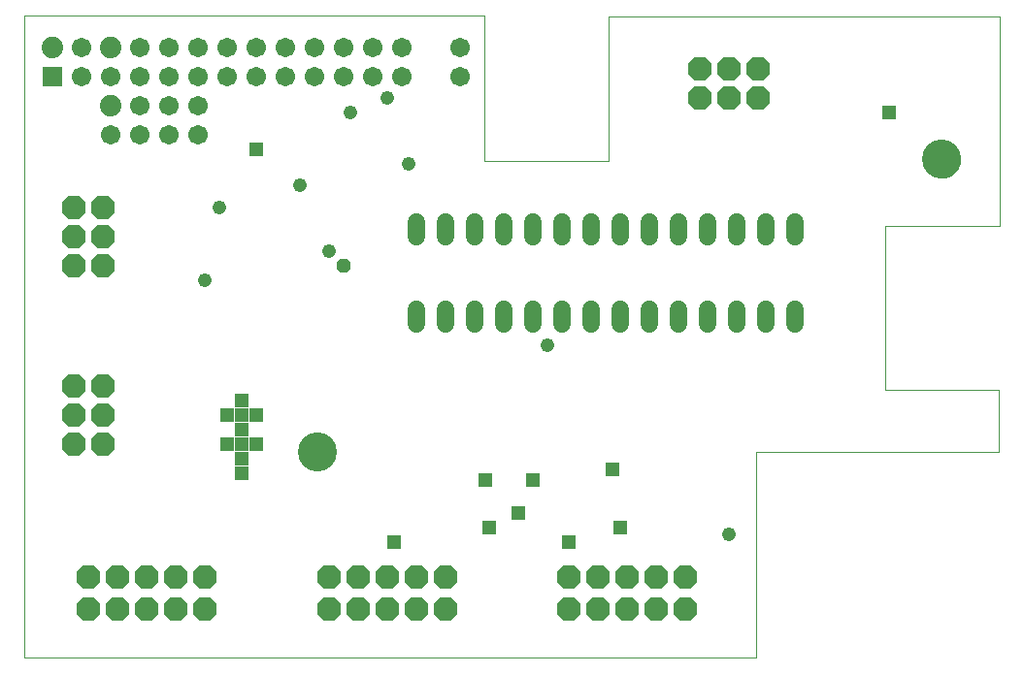
<source format=gbs>
G75*
G70*
%OFA0B0*%
%FSLAX24Y24*%
%IPPOS*%
%LPD*%
%AMOC8*
5,1,8,0,0,1.08239X$1,22.5*
%
%ADD10R,0.0674X0.0674*%
%ADD11C,0.0740*%
%ADD12C,0.0674*%
%ADD13C,0.0000*%
%ADD14C,0.1222*%
%ADD15OC8,0.0820*%
%ADD16C,0.0600*%
%ADD17C,0.1340*%
%ADD18R,0.0476X0.0476*%
%ADD19C,0.0476*%
%ADD20OC8,0.0476*%
D10*
X006960Y020930D03*
D11*
X006960Y021930D03*
X008960Y021930D03*
X008960Y019930D03*
D12*
X009960Y019930D03*
X010960Y019930D03*
X010960Y018930D03*
X009960Y018930D03*
X008960Y018930D03*
X008960Y020930D03*
X009960Y020930D03*
X010960Y020930D03*
X011960Y020930D03*
X012960Y020930D03*
X013960Y020930D03*
X014960Y020930D03*
X015960Y020930D03*
X016960Y020930D03*
X017960Y020930D03*
X018960Y020930D03*
X018960Y021930D03*
X017960Y021930D03*
X016960Y021930D03*
X015960Y021930D03*
X014960Y021930D03*
X013960Y021930D03*
X012960Y021930D03*
X011960Y021930D03*
X010960Y021930D03*
X009960Y021930D03*
X007960Y021930D03*
X007960Y020930D03*
X011960Y019930D03*
X011960Y018930D03*
X020960Y020930D03*
X020960Y021930D03*
D13*
X006010Y023030D02*
X006000Y000950D01*
X006001Y000950D02*
X031120Y000948D01*
X031120Y000950D02*
X031120Y008040D01*
X039460Y008040D01*
X039460Y010170D01*
X035560Y010170D01*
X035560Y015810D01*
X039500Y015810D01*
X039500Y022990D01*
X026060Y022980D01*
X026060Y018030D01*
X021810Y018030D01*
X021810Y023030D01*
X006010Y023030D01*
X015484Y008048D02*
X015486Y008095D01*
X015492Y008142D01*
X015501Y008188D01*
X015515Y008233D01*
X015532Y008277D01*
X015553Y008320D01*
X015577Y008360D01*
X015604Y008399D01*
X015635Y008435D01*
X015668Y008468D01*
X015704Y008499D01*
X015743Y008526D01*
X015783Y008550D01*
X015826Y008571D01*
X015870Y008588D01*
X015915Y008602D01*
X015961Y008611D01*
X016008Y008617D01*
X016055Y008619D01*
X016102Y008617D01*
X016149Y008611D01*
X016195Y008602D01*
X016240Y008588D01*
X016284Y008571D01*
X016327Y008550D01*
X016367Y008526D01*
X016406Y008499D01*
X016442Y008468D01*
X016475Y008435D01*
X016506Y008399D01*
X016533Y008360D01*
X016557Y008320D01*
X016578Y008277D01*
X016595Y008233D01*
X016609Y008188D01*
X016618Y008142D01*
X016624Y008095D01*
X016626Y008048D01*
X016624Y008001D01*
X016618Y007954D01*
X016609Y007908D01*
X016595Y007863D01*
X016578Y007819D01*
X016557Y007776D01*
X016533Y007736D01*
X016506Y007697D01*
X016475Y007661D01*
X016442Y007628D01*
X016406Y007597D01*
X016367Y007570D01*
X016327Y007546D01*
X016284Y007525D01*
X016240Y007508D01*
X016195Y007494D01*
X016149Y007485D01*
X016102Y007479D01*
X016055Y007477D01*
X016008Y007479D01*
X015961Y007485D01*
X015915Y007494D01*
X015870Y007508D01*
X015826Y007525D01*
X015783Y007546D01*
X015743Y007570D01*
X015704Y007597D01*
X015668Y007628D01*
X015635Y007661D01*
X015604Y007697D01*
X015577Y007736D01*
X015553Y007776D01*
X015532Y007819D01*
X015515Y007863D01*
X015501Y007908D01*
X015492Y007954D01*
X015486Y008001D01*
X015484Y008048D01*
X015418Y008043D02*
X015420Y008093D01*
X015426Y008143D01*
X015436Y008192D01*
X015450Y008240D01*
X015467Y008287D01*
X015488Y008332D01*
X015513Y008376D01*
X015541Y008417D01*
X015573Y008456D01*
X015607Y008493D01*
X015644Y008527D01*
X015684Y008557D01*
X015726Y008584D01*
X015770Y008608D01*
X015816Y008629D01*
X015863Y008645D01*
X015911Y008658D01*
X015961Y008667D01*
X016010Y008672D01*
X016061Y008673D01*
X016111Y008670D01*
X016160Y008663D01*
X016209Y008652D01*
X016257Y008637D01*
X016303Y008619D01*
X016348Y008597D01*
X016391Y008571D01*
X016432Y008542D01*
X016471Y008510D01*
X016507Y008475D01*
X016539Y008437D01*
X016569Y008397D01*
X016596Y008354D01*
X016619Y008310D01*
X016638Y008264D01*
X016654Y008216D01*
X016666Y008167D01*
X016674Y008118D01*
X016678Y008068D01*
X016678Y008018D01*
X016674Y007968D01*
X016666Y007919D01*
X016654Y007870D01*
X016638Y007822D01*
X016619Y007776D01*
X016596Y007732D01*
X016569Y007689D01*
X016539Y007649D01*
X016507Y007611D01*
X016471Y007576D01*
X016432Y007544D01*
X016391Y007515D01*
X016348Y007489D01*
X016303Y007467D01*
X016257Y007449D01*
X016209Y007434D01*
X016160Y007423D01*
X016111Y007416D01*
X016061Y007413D01*
X016010Y007414D01*
X015961Y007419D01*
X015911Y007428D01*
X015863Y007441D01*
X015816Y007457D01*
X015770Y007478D01*
X015726Y007502D01*
X015684Y007529D01*
X015644Y007559D01*
X015607Y007593D01*
X015573Y007630D01*
X015541Y007669D01*
X015513Y007710D01*
X015488Y007754D01*
X015467Y007799D01*
X015450Y007846D01*
X015436Y007894D01*
X015426Y007943D01*
X015420Y007993D01*
X015418Y008043D01*
X036929Y018091D02*
X036931Y018138D01*
X036937Y018185D01*
X036946Y018231D01*
X036960Y018276D01*
X036977Y018320D01*
X036998Y018363D01*
X037022Y018403D01*
X037049Y018442D01*
X037080Y018478D01*
X037113Y018511D01*
X037149Y018542D01*
X037188Y018569D01*
X037228Y018593D01*
X037271Y018614D01*
X037315Y018631D01*
X037360Y018645D01*
X037406Y018654D01*
X037453Y018660D01*
X037500Y018662D01*
X037547Y018660D01*
X037594Y018654D01*
X037640Y018645D01*
X037685Y018631D01*
X037729Y018614D01*
X037772Y018593D01*
X037812Y018569D01*
X037851Y018542D01*
X037887Y018511D01*
X037920Y018478D01*
X037951Y018442D01*
X037978Y018403D01*
X038002Y018363D01*
X038023Y018320D01*
X038040Y018276D01*
X038054Y018231D01*
X038063Y018185D01*
X038069Y018138D01*
X038071Y018091D01*
X038069Y018044D01*
X038063Y017997D01*
X038054Y017951D01*
X038040Y017906D01*
X038023Y017862D01*
X038002Y017819D01*
X037978Y017779D01*
X037951Y017740D01*
X037920Y017704D01*
X037887Y017671D01*
X037851Y017640D01*
X037812Y017613D01*
X037772Y017589D01*
X037729Y017568D01*
X037685Y017551D01*
X037640Y017537D01*
X037594Y017528D01*
X037547Y017522D01*
X037500Y017520D01*
X037453Y017522D01*
X037406Y017528D01*
X037360Y017537D01*
X037315Y017551D01*
X037271Y017568D01*
X037228Y017589D01*
X037188Y017613D01*
X037149Y017640D01*
X037113Y017671D01*
X037080Y017704D01*
X037049Y017740D01*
X037022Y017779D01*
X036998Y017819D01*
X036977Y017862D01*
X036960Y017906D01*
X036946Y017951D01*
X036937Y017997D01*
X036931Y018044D01*
X036929Y018091D01*
X036873Y018085D02*
X036875Y018135D01*
X036881Y018185D01*
X036891Y018234D01*
X036905Y018282D01*
X036922Y018329D01*
X036943Y018374D01*
X036968Y018418D01*
X036996Y018459D01*
X037028Y018498D01*
X037062Y018535D01*
X037099Y018569D01*
X037139Y018599D01*
X037181Y018626D01*
X037225Y018650D01*
X037271Y018671D01*
X037318Y018687D01*
X037366Y018700D01*
X037416Y018709D01*
X037465Y018714D01*
X037516Y018715D01*
X037566Y018712D01*
X037615Y018705D01*
X037664Y018694D01*
X037712Y018679D01*
X037758Y018661D01*
X037803Y018639D01*
X037846Y018613D01*
X037887Y018584D01*
X037926Y018552D01*
X037962Y018517D01*
X037994Y018479D01*
X038024Y018439D01*
X038051Y018396D01*
X038074Y018352D01*
X038093Y018306D01*
X038109Y018258D01*
X038121Y018209D01*
X038129Y018160D01*
X038133Y018110D01*
X038133Y018060D01*
X038129Y018010D01*
X038121Y017961D01*
X038109Y017912D01*
X038093Y017864D01*
X038074Y017818D01*
X038051Y017774D01*
X038024Y017731D01*
X037994Y017691D01*
X037962Y017653D01*
X037926Y017618D01*
X037887Y017586D01*
X037846Y017557D01*
X037803Y017531D01*
X037758Y017509D01*
X037712Y017491D01*
X037664Y017476D01*
X037615Y017465D01*
X037566Y017458D01*
X037516Y017455D01*
X037465Y017456D01*
X037416Y017461D01*
X037366Y017470D01*
X037318Y017483D01*
X037271Y017499D01*
X037225Y017520D01*
X037181Y017544D01*
X037139Y017571D01*
X037099Y017601D01*
X037062Y017635D01*
X037028Y017672D01*
X036996Y017711D01*
X036968Y017752D01*
X036943Y017796D01*
X036922Y017841D01*
X036905Y017888D01*
X036891Y017936D01*
X036881Y017985D01*
X036875Y018035D01*
X036873Y018085D01*
D14*
X037500Y018091D03*
X016055Y008048D03*
D15*
X016460Y003730D03*
X017460Y003730D03*
X018460Y003730D03*
X019460Y003730D03*
X020460Y003730D03*
X020460Y002630D03*
X019460Y002630D03*
X018460Y002630D03*
X017460Y002630D03*
X016460Y002630D03*
X012210Y002630D03*
X011210Y002630D03*
X010210Y002630D03*
X009210Y002630D03*
X008210Y002630D03*
X008210Y003730D03*
X009210Y003730D03*
X010210Y003730D03*
X011210Y003730D03*
X012210Y003730D03*
X008710Y008305D03*
X007710Y008305D03*
X007710Y009305D03*
X008710Y009305D03*
X008710Y010305D03*
X007710Y010305D03*
X007710Y014430D03*
X008710Y014430D03*
X008710Y015430D03*
X007710Y015430D03*
X007710Y016430D03*
X008710Y016430D03*
X029210Y020180D03*
X030210Y020180D03*
X031210Y020180D03*
X031210Y021180D03*
X030210Y021180D03*
X029210Y021180D03*
X028710Y003730D03*
X027710Y003730D03*
X026710Y003730D03*
X025710Y003730D03*
X024710Y003730D03*
X024710Y002630D03*
X025710Y002630D03*
X026710Y002630D03*
X027710Y002630D03*
X028710Y002630D03*
D16*
X028460Y012420D02*
X028460Y012940D01*
X027460Y012940D02*
X027460Y012420D01*
X026460Y012420D02*
X026460Y012940D01*
X025460Y012940D02*
X025460Y012420D01*
X024460Y012420D02*
X024460Y012940D01*
X023460Y012940D02*
X023460Y012420D01*
X022460Y012420D02*
X022460Y012940D01*
X021460Y012940D02*
X021460Y012420D01*
X020460Y012420D02*
X020460Y012940D01*
X019460Y012940D02*
X019460Y012420D01*
X019460Y015420D02*
X019460Y015940D01*
X020460Y015940D02*
X020460Y015420D01*
X021460Y015420D02*
X021460Y015940D01*
X022460Y015940D02*
X022460Y015420D01*
X023460Y015420D02*
X023460Y015940D01*
X024460Y015940D02*
X024460Y015420D01*
X025460Y015420D02*
X025460Y015940D01*
X026460Y015940D02*
X026460Y015420D01*
X027460Y015420D02*
X027460Y015940D01*
X028460Y015940D02*
X028460Y015420D01*
X029460Y015420D02*
X029460Y015940D01*
X030460Y015940D02*
X030460Y015420D01*
X031460Y015420D02*
X031460Y015940D01*
X032460Y015940D02*
X032460Y015420D01*
X032460Y012940D02*
X032460Y012420D01*
X031460Y012420D02*
X031460Y012940D01*
X030460Y012940D02*
X030460Y012420D01*
X029460Y012420D02*
X029460Y012940D01*
D17*
X037503Y018085D03*
X016048Y008043D03*
D18*
X013960Y008305D03*
X013460Y008305D03*
X012960Y008305D03*
X013460Y007805D03*
X013460Y007305D03*
X013460Y008805D03*
X013460Y009305D03*
X012960Y009305D03*
X013460Y009805D03*
X013960Y009305D03*
X018710Y004930D03*
X021960Y005430D03*
X022960Y005930D03*
X023460Y007055D03*
X021835Y007055D03*
X024710Y004930D03*
X026460Y005430D03*
X026210Y007430D03*
X013960Y018430D03*
X035710Y019680D03*
D19*
X023960Y011680D03*
X016460Y014930D03*
X015460Y017180D03*
X012710Y016430D03*
X012210Y013930D03*
X019210Y017930D03*
X017210Y019680D03*
X018460Y020180D03*
X030210Y005180D03*
D20*
X016960Y014430D03*
M02*

</source>
